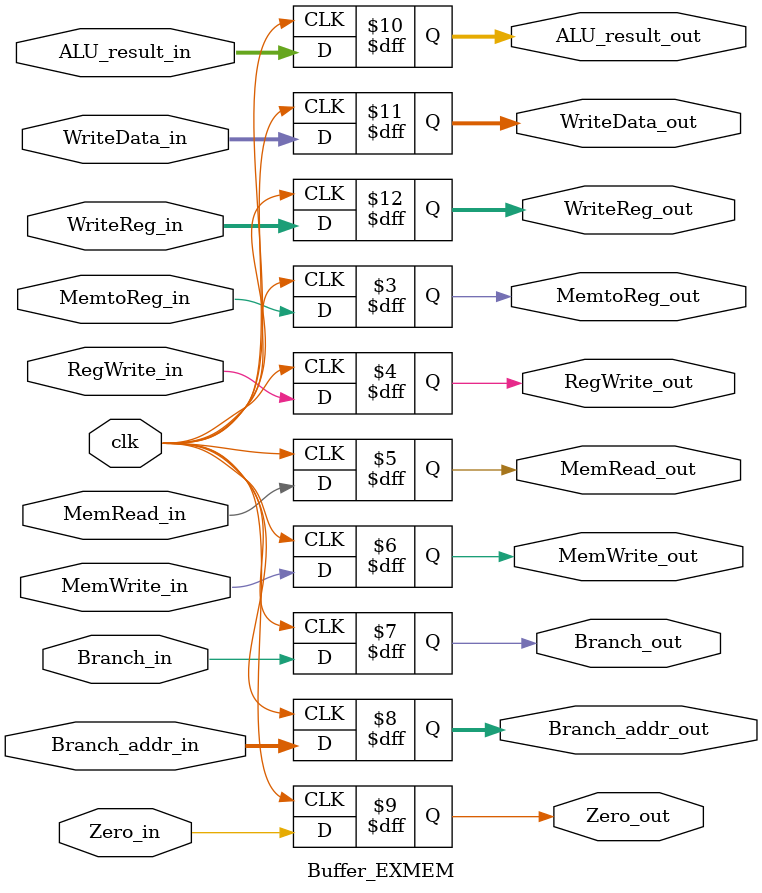
<source format=v>
`timescale 1ns/1ns

module Buffer_EXMEM(
    input clk,
    input MemtoReg_in,
    input RegWrite_in,
    input MemRead_in,
    input MemWrite_in,
    input Branch_in,
    input [31:0] Branch_addr_in,
    input Zero_in,
    input [31:0] ALU_result_in,
    input [31:0] WriteData_in,
    input [4:0] WriteReg_in,
    output reg MemtoReg_out,
    output reg RegWrite_out,
    output reg MemRead_out,
    output reg MemWrite_out,
    output reg Branch_out,
    output reg [31:0] Branch_addr_out,
    output reg Zero_out,
    output reg [31:0] ALU_result_out,
    output reg [31:0] WriteData_out,
    output reg [4:0] WriteReg_out
);

    initial begin
        MemtoReg_out = 0;
        RegWrite_out = 0;
        MemRead_out = 0;
        MemWrite_out = 0;
        Branch_out = 0;
        Branch_addr_out = 0;
        Zero_out = 0;
        ALU_result_out = 0;
        WriteData_out = 0;
        WriteReg_out = 0;
    end

    always @(posedge clk) begin
        MemtoReg_out <= MemtoReg_in;
        RegWrite_out <= RegWrite_in;
        MemRead_out <= MemRead_in;
        MemWrite_out <= MemWrite_in;
        Branch_out <= Branch_in;
        Branch_addr_out <= Branch_addr_in;
        Zero_out <= Zero_in;
        ALU_result_out <= ALU_result_in;
        WriteData_out <= WriteData_in;
        WriteReg_out <= WriteReg_in;
    end

endmodule


</source>
